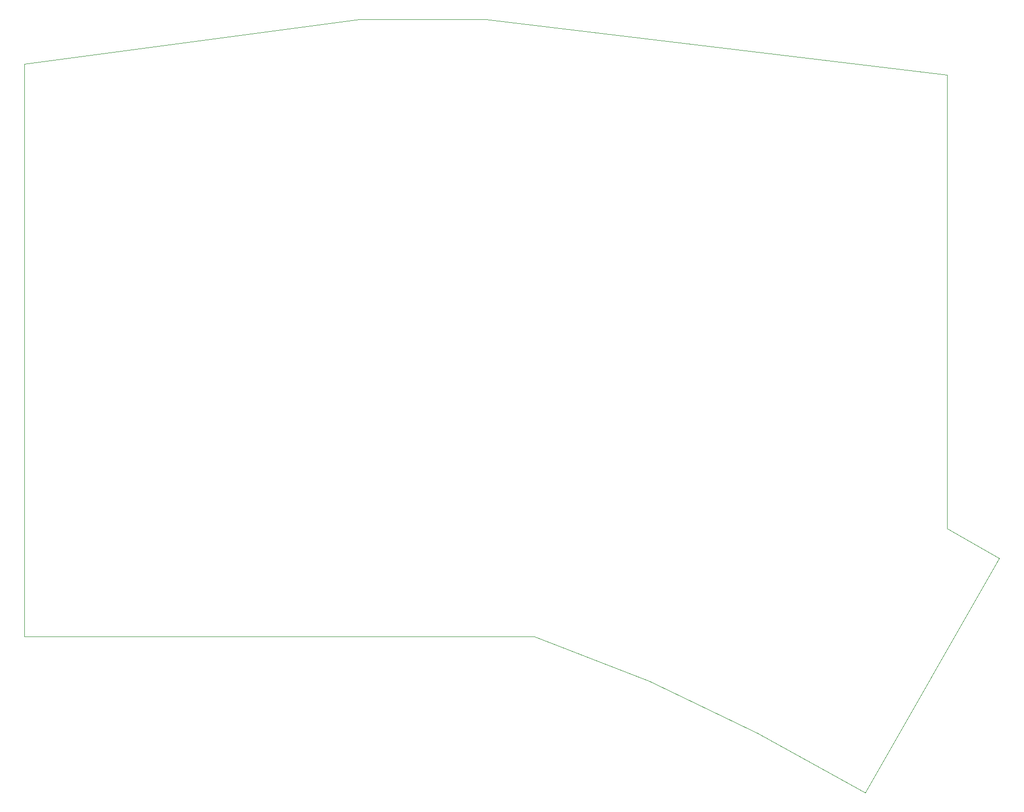
<source format=gm1>
%TF.GenerationSoftware,KiCad,Pcbnew,(5.1.6)-1*%
%TF.CreationDate,2020-06-18T19:24:29+02:00*%
%TF.ProjectId,splitkb,73706c69-746b-4622-9e6b-696361645f70,rev?*%
%TF.SameCoordinates,Original*%
%TF.FileFunction,Profile,NP*%
%FSLAX46Y46*%
G04 Gerber Fmt 4.6, Leading zero omitted, Abs format (unit mm)*
G04 Created by KiCad (PCBNEW (5.1.6)-1) date 2020-06-18 19:24:29*
%MOMM*%
%LPD*%
G01*
G04 APERTURE LIST*
%TA.AperFunction,Profile*%
%ADD10C,0.050000*%
%TD*%
G04 APERTURE END LIST*
D10*
X123825000Y-145415000D02*
X104140000Y-137795000D01*
X142240000Y-154305000D02*
X123825000Y-145415000D01*
X142240000Y-154305000D02*
X160655000Y-164465000D01*
X17145000Y-137795000D02*
X17145000Y-40005000D01*
X104140000Y-137795000D02*
X17145000Y-137795000D01*
X183515000Y-124460000D02*
X160655000Y-164465000D01*
X174625000Y-119380000D02*
X183515000Y-124460000D01*
X174625000Y-41910000D02*
X174625000Y-119380000D01*
X95885000Y-32385000D02*
X174625000Y-41910000D01*
X74295000Y-32385000D02*
X95885000Y-32385000D01*
X17145000Y-40005000D02*
X74295000Y-32385000D01*
M02*

</source>
